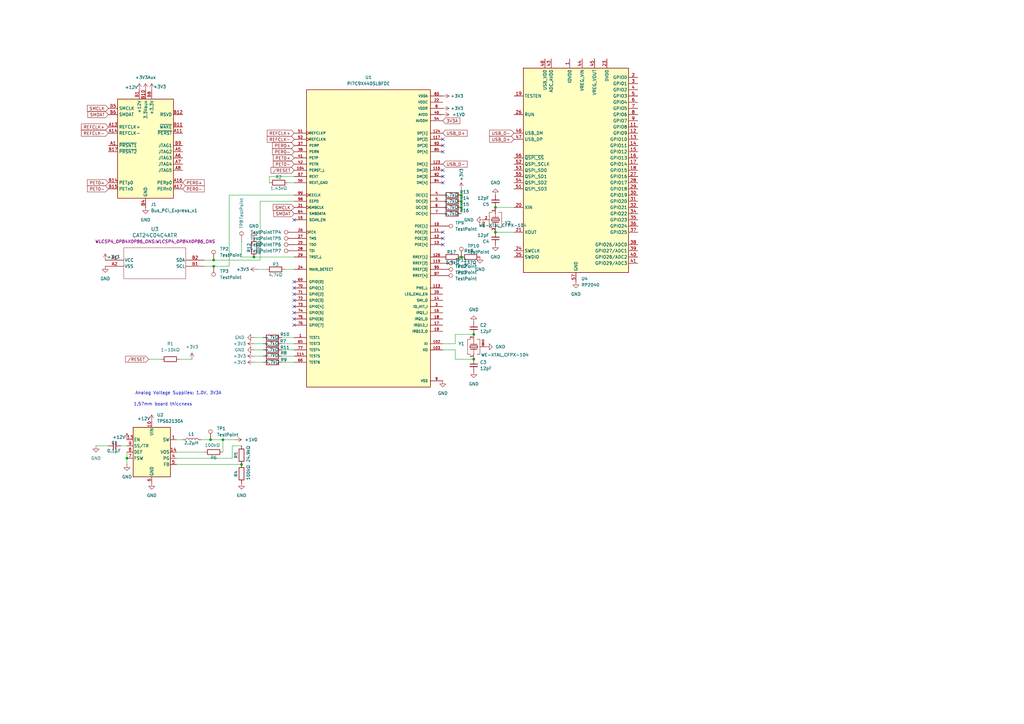
<source format=kicad_sch>
(kicad_sch (version 20250114) (generator "eeschema") (generator_version "9.0")
  (paper "A3")
  (lib_symbols
    (symbol "2026-02-08_09-35-42:CAT24C04C4ATR" (pin_names (offset 0.254))
      (property "Reference" "U" (at 20.32 10.16 0))
      (property "Value" "CAT24C04C4ATR" (at 20.32 7.62 0))
      (property "Footprint" "WLCSP4_0P84X0P86_ONS:WLCSP4_0P84X0P86_ONS" (at 0 0 0))
      (symbol "CAT24C04C4ATR_0_1"
        (pin power_in line (at 0 0 0) (length 7.62) (name "VCC") (number "A1"))
        (pin power_in line (at 0 -2.54 0) (length 7.62) (name "VSS") (number "A2"))
        (pin bidirectional line (at 40.64 0 180) (length 7.62) (name "SDA") (number "B2"))
        (pin input line (at 40.64 -2.54 180) (length 7.62) (name "SCL") (number "B1"))
      )
    )
    (symbol "Connector:Bus_PCI_Express_x1"
      (property "Reference" "J" (at -8.89 22.86 0))
      (property "Value" "Bus_PCI_Express_x1" (at 12.7 22.86 0))
      (symbol "Bus_PCI_Express_x1_1_1"
        (pin input line (at -15.24 17.78 0) (length 3.81) (name "SMCLK") (number "B5"))
        (pin bidirectional line (at -15.24 15.24 0) (length 3.81) (name "SMDAT") (number "B6"))
        (pin input line (at -15.24 10.16 0) (length 3.81) (name "REFCLK+") (number "A13"))
        (pin input line (at -15.24 7.62 0) (length 3.81) (name "REFCLK-") (number "A14"))
        (pin passive line (at -15.24 2.54 0) (length 3.81) (name "~{PRSNT1}") (number "A1"))
        (pin passive line (at -15.24 0 0) (length 3.81) (name "~{PRSNT2}") (number "B17"))
        (pin input line (at -15.24 -12.7 0) (length 3.81) (name "PETp0") (number "B14"))
        (pin input line (at -15.24 -15.24 0) (length 3.81) (name "PETn0") (number "B15"))
        (pin passive line (at -2.54 25.4 270) (length 3.81) (hide yes) (name "+12V") (number "A2"))
        (pin passive line (at -2.54 25.4 270) (length 3.81) (hide yes) (name "+12V") (number "A3"))
        (pin power_in line (at -2.54 25.4 270) (length 3.81) (name "+12V") (number "B1"))
        (pin passive line (at -2.54 25.4 270) (length 3.81) (hide yes) (name "+12V") (number "B2"))
        (pin passive line (at -2.54 25.4 270) (length 3.81) (hide yes) (name "+12V") (number "B3"))
        (pin power_in line (at 0 25.4 270) (length 3.81) (name "3.3Vaux") (number "B10"))
        (pin passive line (at 0 -22.86 90) (length 3.81) (hide yes) (name "GND") (number "A12"))
        (pin passive line (at 0 -22.86 90) (length 3.81) (hide yes) (name "GND") (number "A15"))
        (pin passive line (at 0 -22.86 90) (length 3.81) (hide yes) (name "GND") (number "A18"))
        (pin passive line (at 0 -22.86 90) (length 3.81) (hide yes) (name "GND") (number "A4"))
        (pin passive line (at 0 -22.86 90) (length 3.81) (hide yes) (name "GND") (number "B13"))
        (pin passive line (at 0 -22.86 90) (length 3.81) (hide yes) (name "GND") (number "B16"))
        (pin passive line (at 0 -22.86 90) (length 3.81) (hide yes) (name "GND") (number "B18"))
        (pin power_in line (at 0 -22.86 90) (length 3.81) (name "GND") (number "B4"))
        (pin passive line (at 0 -22.86 90) (length 3.81) (hide yes) (name "GND") (number "B7"))
        (pin passive line (at 2.54 25.4 270) (length 3.81) (hide yes) (name "+3.3V") (number "A10"))
        (pin passive line (at 2.54 25.4 270) (length 3.81) (hide yes) (name "+3.3V") (number "A9"))
        (pin power_in line (at 2.54 25.4 270) (length 3.81) (name "+3.3V") (number "B8"))
        (pin passive line (at 15.24 15.24 180) (length 3.81) (name "RSVD") (number "B12"))
        (pin open_collector line (at 15.24 10.16 180) (length 3.81) (name "~{WAKE}") (number "B11"))
        (pin input line (at 15.24 7.62 180) (length 3.81) (name "~{PERST}") (number "A11"))
        (pin input line (at 15.24 2.54 180) (length 3.81) (name "JTAG1") (number "B9"))
        (pin input line (at 15.24 0 180) (length 3.81) (name "JTAG2") (number "A5"))
        (pin input line (at 15.24 -2.54 180) (length 3.81) (name "JTAG3") (number "A6"))
        (pin output line (at 15.24 -5.08 180) (length 3.81) (name "JTAG4") (number "A7"))
        (pin input line (at 15.24 -7.62 180) (length 3.81) (name "JTAG5") (number "A8"))
        (pin output line (at 15.24 -12.7 180) (length 3.81) (name "PERp0") (number "A16"))
        (pin output line (at 15.24 -15.24 180) (length 3.81) (name "PERn0") (number "A17"))
      )
    )
    (symbol "Connector:TestPoint" (pin_numbers (hide yes)) (pin_names (offset 0.762) (hide yes))
      (property "Reference" "TP" (at 0 6.858 0))
      (property "Value" "TestPoint" (at 0 5.08 0))
      (symbol "TestPoint_1_1"
        (pin passive line (at 0 0 90) (length 2.54) (name "1") (number "1"))
      )
    )
    (symbol "Device:C_Small" (pin_numbers (hide yes)) (pin_names (offset 0.254) (hide yes))
      (property "Reference" "C" (at 0.254 1.778 0))
      (property "Value" "C_Small" (at 0.254 -2.032 0))
      (symbol "C_Small_1_1"
        (pin passive line (at 0 2.54 270) (length 2.032) (name "~") (number "1"))
        (pin passive line (at 0 -2.54 90) (length 2.032) (name "~") (number "2"))
      )
    )
    (symbol "Device:L" (pin_numbers (hide yes)) (pin_names (offset 1.016) (hide yes))
      (property "Reference" "L" (at -1.27 0 90))
      (property "Value" "L" (at 1.905 0 90))
      (symbol "L_1_1"
        (pin passive line (at 0 3.81 270) (length 1.27) (name "1") (number "1"))
        (pin passive line (at 0 -3.81 90) (length 1.27) (name "2") (number "2"))
      )
    )
    (symbol "Device:R" (pin_numbers (hide yes)) (pin_names (offset 0))
      (property "Reference" "R" (at 2.032 0 90))
      (property "Value" "R" (at 0 0 90))
      (symbol "R_1_1"
        (pin passive line (at 0 3.81 270) (length 1.27) (name "~") (number "1"))
        (pin passive line (at 0 -3.81 90) (length 1.27) (name "~") (number "2"))
      )
    )
    (symbol "MCU_RaspberryPi:RP2040"
      (property "Reference" "U" (at 17.526 47.244 0))
      (property "Value" "RP2040" (at 17.526 44.704 0))
      (symbol "RP2040_1_1"
        (pin input line (at -25.4 30.48 0) (length 3.81) (name "TESTEN") (number "19"))
        (pin input line (at -25.4 22.86 0) (length 3.81) (name "RUN") (number "26"))
        (pin bidirectional line (at -25.4 15.24 0) (length 3.81) (name "USB_DM") (number "46"))
        (pin bidirectional line (at -25.4 12.7 0) (length 3.81) (name "USB_DP") (number "47"))
        (pin output line (at -25.4 5.08 0) (length 3.81) (name "~{QSPI_SS}") (number "56"))
        (pin output line (at -25.4 2.54 0) (length 3.81) (name "QSPI_SCLK") (number "52"))
        (pin bidirectional line (at -25.4 0 0) (length 3.81) (name "QSPI_SD0") (number "53"))
        (pin bidirectional line (at -25.4 -2.54 0) (length 3.81) (name "QSPI_SD1") (number "55"))
        (pin bidirectional line (at -25.4 -5.08 0) (length 3.81) (name "QSPI_SD2") (number "54"))
        (pin bidirectional line (at -25.4 -7.62 0) (length 3.81) (name "QSPI_SD3") (number "51"))
        (pin input line (at -25.4 -15.24 0) (length 3.81) (name "XIN") (number "20"))
        (pin output line (at -25.4 -25.4 0) (length 3.81) (name "XOUT") (number "21"))
        (pin input line (at -25.4 -33.02 0) (length 3.81) (name "SWCLK") (number "24"))
        (pin bidirectional line (at -25.4 -35.56 0) (length 3.81) (name "SWDIO") (number "25"))
        (pin power_in line (at -12.7 45.72 270) (length 3.81) (name "USB_VDD") (number "48"))
        (pin power_in line (at -10.16 45.72 270) (length 3.81) (name "ADC_AVDD") (number "43"))
        (pin power_in line (at -2.54 45.72 270) (length 3.81) (name "IOVDD") (number "1"))
        (pin passive line (at -2.54 45.72 270) (length 3.81) (hide yes) (name "IOVDD") (number "10"))
        (pin passive line (at -2.54 45.72 270) (length 3.81) (hide yes) (name "IOVDD") (number "22"))
        (pin passive line (at -2.54 45.72 270) (length 3.81) (hide yes) (name "IOVDD") (number "33"))
        (pin passive line (at -2.54 45.72 270) (length 3.81) (hide yes) (name "IOVDD") (number "42"))
        (pin passive line (at -2.54 45.72 270) (length 3.81) (hide yes) (name "IOVDD") (number "49"))
        (pin power_in line (at 0 -45.72 90) (length 3.81) (name "GND") (number "57"))
        (pin power_in line (at 2.54 45.72 270) (length 3.81) (name "VREG_VIN") (number "44"))
        (pin power_out line (at 7.62 45.72 270) (length 3.81) (name "VREG_VOUT") (number "45"))
        (pin power_in line (at 12.7 45.72 270) (length 3.81) (name "DVDD") (number "23"))
        (pin passive line (at 12.7 45.72 270) (length 3.81) (hide yes) (name "DVDD") (number "50"))
        (pin bidirectional line (at 25.4 38.1 180) (length 3.81) (name "GPIO0") (number "2"))
        (pin bidirectional line (at 25.4 35.56 180) (length 3.81) (name "GPIO1") (number "3"))
        (pin bidirectional line (at 25.4 33.02 180) (length 3.81) (name "GPIO2") (number "4"))
        (pin bidirectional line (at 25.4 30.48 180) (length 3.81) (name "GPIO3") (number "5"))
        (pin bidirectional line (at 25.4 27.94 180) (length 3.81) (name "GPIO4") (number "6"))
        (pin bidirectional line (at 25.4 25.4 180) (length 3.81) (name "GPIO5") (number "7"))
        (pin bidirectional line (at 25.4 22.86 180) (length 3.81) (name "GPIO6") (number "8"))
        (pin bidirectional line (at 25.4 20.32 180) (length 3.81) (name "GPIO7") (number "9"))
        (pin bidirectional line (at 25.4 17.78 180) (length 3.81) (name "GPIO8") (number "11"))
        (pin bidirectional line (at 25.4 15.24 180) (length 3.81) (name "GPIO9") (number "12"))
        (pin bidirectional line (at 25.4 12.7 180) (length 3.81) (name "GPIO10") (number "13"))
        (pin bidirectional line (at 25.4 10.16 180) (length 3.81) (name "GPIO11") (number "14"))
        (pin bidirectional line (at 25.4 7.62 180) (length 3.81) (name "GPIO12") (number "15"))
        (pin bidirectional line (at 25.4 5.08 180) (length 3.81) (name "GPIO13") (number "16"))
        (pin bidirectional line (at 25.4 2.54 180) (length 3.81) (name "GPIO14") (number "17"))
        (pin bidirectional line (at 25.4 0 180) (length 3.81) (name "GPIO15") (number "18"))
        (pin bidirectional line (at 25.4 -2.54 180) (length 3.81) (name "GPIO16") (number "27"))
        (pin bidirectional line (at 25.4 -5.08 180) (length 3.81) (name "GPIO17") (number "28"))
        (pin bidirectional line (at 25.4 -7.62 180) (length 3.81) (name "GPIO18") (number "29"))
        (pin bidirectional line (at 25.4 -10.16 180) (length 3.81) (name "GPIO19") (number "30"))
        (pin bidirectional line (at 25.4 -12.7 180) (length 3.81) (name "GPIO20") (number "31"))
        (pin bidirectional line (at 25.4 -15.24 180) (length 3.81) (name "GPIO21") (number "32"))
        (pin bidirectional line (at 25.4 -17.78 180) (length 3.81) (name "GPIO22") (number "34"))
        (pin bidirectional line (at 25.4 -20.32 180) (length 3.81) (name "GPIO23") (number "35"))
        (pin bidirectional line (at 25.4 -22.86 180) (length 3.81) (name "GPIO24") (number "36"))
        (pin bidirectional line (at 25.4 -25.4 180) (length 3.81) (name "GPIO25") (number "37"))
        (pin bidirectional line (at 25.4 -30.48 180) (length 3.81) (name "GPIO26/ADC0") (number "38"))
        (pin bidirectional line (at 25.4 -33.02 180) (length 3.81) (name "GPIO27/ADC1") (number "39"))
        (pin bidirectional line (at 25.4 -35.56 180) (length 3.81) (name "GPIO28/ADC2") (number "40"))
        (pin bidirectional line (at 25.4 -38.1 180) (length 3.81) (name "GPIO29/ADC3") (number "41"))
      )
    )
    (symbol "PI7C9X440SLBFDE:PI7C9X440SLBFDE" (pin_names (offset 1.016))
      (property "Reference" "U" (at -25.4 61.722 0))
      (property "Value" "PI7C9X440SLBFDE" (at -25.4 -63.5 0))
      (symbol "PI7C9X440SLBFDE_0_0"
        (pin input clock (at -30.48 43.18 0) (length 5.08) (name "REFCLKP") (number "51"))
        (pin input clock (at -30.48 40.64 0) (length 5.08) (name "REFCLKN") (number "52"))
        (pin input line (at -30.48 38.1 0) (length 5.08) (name "PERP") (number "37"))
        (pin input line (at -30.48 35.56 0) (length 5.08) (name "PERN") (number "38"))
        (pin output line (at -30.48 33.02 0) (length 5.08) (name "PETP") (number "41"))
        (pin output line (at -30.48 30.48 0) (length 5.08) (name "PETN") (number "42"))
        (pin input line (at -30.48 27.94 0) (length 5.08) (name "PERST_L") (number "104"))
        (pin input line (at -30.48 25.4 0) (length 5.08) (name "REXT") (number "57"))
        (pin input line (at -30.48 22.86 0) (length 5.08) (name "REXT_GND") (number "56"))
        (pin output clock (at -30.48 17.78 0) (length 5.08) (name "EECLK") (number "99"))
        (pin bidirectional line (at -30.48 15.24 0) (length 5.08) (name "EEPD") (number "98"))
        (pin input clock (at -30.48 12.7 0) (length 5.08) (name "SMBCLK") (number "21"))
        (pin bidirectional line (at -30.48 10.16 0) (length 5.08) (name "SMBDATA") (number "64"))
        (pin bidirectional line (at -30.48 7.62 0) (length 5.08) (name "SCAN_EN") (number "15"))
        (pin input clock (at -30.48 2.54 0) (length 5.08) (name "TCK") (number "26"))
        (pin input line (at -30.48 0 0) (length 5.08) (name "TMS") (number "27"))
        (pin output line (at -30.48 -2.54 0) (length 5.08) (name "TDO") (number "25"))
        (pin input line (at -30.48 -5.08 0) (length 5.08) (name "TDI") (number "28"))
        (pin input line (at -30.48 -7.62 0) (length 5.08) (name "TRST_L") (number "29"))
        (pin input line (at -30.48 -12.7 0) (length 5.08) (name "MAIN_DETECT") (number "24"))
        (pin bidirectional line (at -30.48 -17.78 0) (length 5.08) (name "GPIO[0]") (number "69"))
        (pin bidirectional line (at -30.48 -20.32 0) (length 5.08) (name "GPIO[1]") (number "70"))
        (pin bidirectional line (at -30.48 -22.86 0) (length 5.08) (name "GPIO[2]") (number "71"))
        (pin bidirectional line (at -30.48 -25.4 0) (length 5.08) (name "GPIO[3]") (number "72"))
        (pin bidirectional line (at -30.48 -27.94 0) (length 5.08) (name "GPIO[4]") (number "73"))
        (pin bidirectional line (at -30.48 -30.48 0) (length 5.08) (name "GPIO[5]") (number "74"))
        (pin bidirectional line (at -30.48 -33.02 0) (length 5.08) (name "GPIO[6]") (number "75"))
        (pin bidirectional line (at -30.48 -35.56 0) (length 5.08) (name "GPIO[7]") (number "76"))
        (pin input line (at -30.48 -40.64 0) (length 5.08) (name "TEST1") (number "1"))
        (pin input line (at -30.48 -43.18 0) (length 5.08) (name "TEST3") (number "65"))
        (pin input line (at -30.48 -45.72 0) (length 5.08) (name "TEST4") (number "77"))
        (pin input line (at -30.48 -48.26 0) (length 5.08) (name "TEST5") (number "114"))
        (pin input line (at -30.48 -50.8 0) (length 5.08) (name "TEST6") (number "66"))
        (pin power_in line (at 30.48 58.42 180) (length 5.08) (hide yes) (name "VDDA") (number "115"))
        (pin power_in line (at 30.48 58.42 180) (length 5.08) (hide yes) (name "VDDA") (number "121"))
        (pin power_in line (at 30.48 58.42 180) (length 5.08) (hide yes) (name "VDDA") (number "122"))
        (pin power_in line (at 30.48 58.42 180) (length 5.08) (hide yes) (name "VDDA") (number "128"))
        (pin power_in line (at 30.48 58.42 180) (length 5.08) (name "VDDA") (number "83"))
        (pin power_in line (at 30.48 58.42 180) (length 5.08) (hide yes) (name "VDDA") (number "90"))
        (pin power_in line (at 30.48 58.42 180) (length 5.08) (hide yes) (name "VDDA") (number "91"))
        (pin power_in line (at 30.48 58.42 180) (length 5.08) (hide yes) (name "VDDA") (number "97"))
        (pin power_in line (at 30.48 55.88 180) (length 5.08) (hide yes) (name "VDDC") (number "100"))
        (pin power_in line (at 30.48 55.88 180) (length 5.08) (hide yes) (name "VDDC") (number "109"))
        (pin power_in line (at 30.48 55.88 180) (length 5.08) (hide yes) (name "VDDC") (number "111"))
        (pin power_in line (at 30.48 55.88 180) (length 5.08) (name "VDDC") (number "22"))
        (pin power_in line (at 30.48 55.88 180) (length 5.08) (hide yes) (name "VDDC") (number "35"))
        (pin power_in line (at 30.48 55.88 180) (length 5.08) (hide yes) (name "VDDC") (number "81"))
        (pin power_in line (at 30.48 53.34 180) (length 5.08) (hide yes) (name "VDDR") (number "105"))
        (pin power_in line (at 30.48 53.34 180) (length 5.08) (hide yes) (name "VDDR") (number "112"))
        (pin power_in line (at 30.48 53.34 180) (length 5.08) (hide yes) (name "VDDR") (number "33"))
        (pin power_in line (at 30.48 53.34 180) (length 5.08) (hide yes) (name "VDDR") (number "67"))
        (pin power_in line (at 30.48 53.34 180) (length 5.08) (name "VDDR") (number "8"))
        (pin power_in line (at 30.48 50.8 180) (length 5.08) (name "AVDD") (number "40"))
        (pin power_in line (at 30.48 50.8 180) (length 5.08) (hide yes) (name "AVDD") (number "46"))
        (pin power_in line (at 30.48 50.8 180) (length 5.08) (hide yes) (name "AVDD") (number "49"))
        (pin power_in line (at 30.48 50.8 180) (length 5.08) (hide yes) (name "AVDD") (number "60"))
        (pin power_in line (at 30.48 48.26 180) (length 5.08) (name "AVDDH") (number "54"))
        (pin bidirectional line (at 30.48 43.18 180) (length 5.08) (name "DP[1]") (number "124"))
        (pin bidirectional line (at 30.48 40.64 180) (length 5.08) (name "DP[2]") (number "117"))
        (pin bidirectional line (at 30.48 38.1 180) (length 5.08) (name "DP[3]") (number "93"))
        (pin bidirectional line (at 30.48 35.56 180) (length 5.08) (name "DP[4]") (number "85"))
        (pin bidirectional line (at 30.48 30.48 180) (length 5.08) (name "DM[1]") (number "123"))
        (pin bidirectional line (at 30.48 27.94 180) (length 5.08) (name "DM[2]") (number "116"))
        (pin bidirectional line (at 30.48 25.4 180) (length 5.08) (name "DM[3]") (number "92"))
        (pin bidirectional line (at 30.48 22.86 180) (length 5.08) (name "DM[4]") (number "84"))
        (pin input line (at 30.48 17.78 180) (length 5.08) (name "OCI[1]") (number "4"))
        (pin input line (at 30.48 15.24 180) (length 5.08) (name "OCI[2]") (number "5"))
        (pin input line (at 30.48 12.7 180) (length 5.08) (name "OCI[3]") (number "6"))
        (pin input line (at 30.48 10.16 180) (length 5.08) (name "OCI[4]") (number "7"))
        (pin output line (at 30.48 5.08 180) (length 5.08) (name "POE[1]") (number "10"))
        (pin output line (at 30.48 2.54 180) (length 5.08) (name "POE[2]") (number "11"))
        (pin output line (at 30.48 0 180) (length 5.08) (name "POE[3]") (number "12"))
        (pin output line (at 30.48 -2.54 180) (length 5.08) (name "POE[4]") (number "13"))
        (pin bidirectional line (at 30.48 -7.62 180) (length 5.08) (name "RREF[1]") (number "126"))
        (pin bidirectional line (at 30.48 -10.16 180) (length 5.08) (name "RREF[2]") (number "119"))
        (pin bidirectional line (at 30.48 -12.7 180) (length 5.08) (name "RREF[3]") (number "95"))
        (pin bidirectional line (at 30.48 -15.24 180) (length 5.08) (name "RREF[4]") (number "87"))
        (pin output line (at 30.48 -20.32 180) (length 5.08) (name "PME_L") (number "113"))
        (pin output line (at 30.48 -22.86 180) (length 5.08) (name "LEG_EMU_EN") (number "20"))
        (pin output line (at 30.48 -25.4 180) (length 5.08) (name "SMI_O") (number "14"))
        (pin input line (at 30.48 -27.94 180) (length 5.08) (name "IO_HIT_I") (number "3"))
        (pin input line (at 30.48 -30.48 180) (length 5.08) (name "IRQ1_I") (number "16"))
        (pin output line (at 30.48 -33.02 180) (length 5.08) (name "IRQ1_O") (number "18"))
        (pin input line (at 30.48 -35.56 180) (length 5.08) (name "IRQ12_I") (number "17"))
        (pin output line (at 30.48 -38.1 180) (length 5.08) (name "IRQ12_O") (number "19"))
        (pin input line (at 30.48 -43.18 180) (length 5.08) (name "XI") (number "102"))
        (pin output line (at 30.48 -45.72 180) (length 5.08) (name "XO") (number "103"))
        (pin power_in line (at 30.48 -58.42 180) (length 5.08) (hide yes) (name "VSS") (number "101"))
        (pin power_in line (at 30.48 -58.42 180) (length 5.08) (hide yes) (name "VSS") (number "106"))
        (pin power_in line (at 30.48 -58.42 180) (length 5.08) (hide yes) (name "VSS") (number "110"))
        (pin power_in line (at 30.48 -58.42 180) (length 5.08) (hide yes) (name "VSS") (number "118"))
        (pin power_in line (at 30.48 -58.42 180) (length 5.08) (hide yes) (name "VSS") (number "120"))
        (pin power_in line (at 30.48 -58.42 180) (length 5.08) (hide yes) (name "VSS") (number "125"))
        (pin power_in line (at 30.48 -58.42 180) (length 5.08) (hide yes) (name "VSS") (number "127"))
        (pin power_in line (at 30.48 -58.42 180) (length 5.08) (hide yes) (name "VSS") (number "129"))
        (pin power_in line (at 30.48 -58.42 180) (length 5.08) (hide yes) (name "VSS") (number "23"))
        (pin power_in line (at 30.48 -58.42 180) (length 5.08) (hide yes) (name "VSS") (number "34"))
        (pin power_in line (at 30.48 -58.42 180) (length 5.08) (hide yes) (name "VSS") (number "36"))
        (pin power_in line (at 30.48 -58.42 180) (length 5.08) (hide yes) (name "VSS") (number "39"))
        (pin power_in line (at 30.48 -58.42 180) (length 5.08) (hide yes) (name "VSS") (number "45"))
        (pin power_in line (at 30.48 -58.42 180) (length 5.08) (hide yes) (name "VSS") (number "50"))
        (pin power_in line (at 30.48 -58.42 180) (length 5.08) (hide yes) (name "VSS") (number "53"))
        (pin power_in line (at 30.48 -58.42 180) (length 5.08) (hide yes) (name "VSS") (number "61"))
        (pin power_in line (at 30.48 -58.42 180) (length 5.08) (hide yes) (name "VSS") (number "68"))
        (pin power_in line (at 30.48 -58.42 180) (length 5.08) (hide yes) (name "VSS") (number "82"))
        (pin power_in line (at 30.48 -58.42 180) (length 5.08) (hide yes) (name "VSS") (number "86"))
        (pin power_in line (at 30.48 -58.42 180) (length 5.08) (hide yes) (name "VSS") (number "89"))
        (pin power_in line (at 30.48 -58.42 180) (length 5.08) (name "VSS") (number "9"))
        (pin power_in line (at 30.48 -58.42 180) (length 5.08) (hide yes) (name "VSS") (number "94"))
        (pin power_in line (at 30.48 -58.42 180) (length 5.08) (hide yes) (name "VSS") (number "96"))
      )
    )
    (symbol "Regulator_Switching:TPS62130A" (pin_names (offset 0.254))
      (property "Reference" "U" (at 3.81 13.97 0))
      (property "Value" "TPS62130A" (at 3.81 11.43 0))
      (symbol "TPS62130A_1_1"
        (pin input line (at -10.16 5.08 0) (length 2.54) (name "EN") (number "13"))
        (pin input line (at -10.16 2.54 0) (length 2.54) (name "SS/TR") (number "9"))
        (pin input line (at -10.16 0 0) (length 2.54) (name "DEF") (number "8"))
        (pin input line (at -10.16 -2.54 0) (length 2.54) (name "FSW") (number "7"))
        (pin power_in line (at 0 12.7 270) (length 2.54) (name "VIN") (number "10"))
        (pin passive line (at 0 12.7 270) (length 2.54) (hide yes) (name "VIN") (number "11"))
        (pin passive line (at 0 12.7 270) (length 2.54) (hide yes) (name "VIN") (number "12"))
        (pin passive line (at 0 -12.7 90) (length 2.54) (hide yes) (name "GND") (number "15"))
        (pin passive line (at 0 -12.7 90) (length 2.54) (hide yes) (name "GND") (number "16"))
        (pin passive line (at 0 -12.7 90) (length 2.54) (hide yes) (name "GND") (number "17"))
        (pin power_in line (at 0 -12.7 90) (length 2.54) (name "GND") (number "6"))
        (pin output line (at 10.16 5.08 180) (length 2.54) (name "SW") (number "1"))
        (pin passive line (at 10.16 5.08 180) (length 2.54) (hide yes) (name "SW") (number "2"))
        (pin passive line (at 10.16 5.08 180) (length 2.54) (hide yes) (name "SW") (number "3"))
        (pin input line (at 10.16 0 180) (length 2.54) (name "VOS") (number "14"))
        (pin open_collector line (at 10.16 -2.54 180) (length 2.54) (name "PG") (number "4"))
        (pin input line (at 10.16 -5.08 180) (length 2.54) (name "FB") (number "5"))
      )
    )
    (symbol "WE-XTAL_CFPX-104:WE-XTAL_CFPX-104" (pin_names (offset 1.016))
      (property "Reference" "Y" (at 0 3.302 0))
      (property "Value" "WE-XTAL_CFPX-104" (at 3.81 -1.778 0))
      (symbol "WE-XTAL_CFPX-104_0_0"
        (text "GND" (at 0.508 -4.318 0) (effects (font (size 0.8128 0.8128)) (justify left bottom)))
        (pin passive line (at -5.08 0 0) (length 2.54) (name "~") (number "1"))
        (pin passive line (at 0 -5.08 90) (length 2.54) (name "~") (number "2"))
        (pin passive line (at 0 -5.08 90) (length 2.54) (hide yes) (name "~") (number "4"))
        (pin passive line (at 5.08 0 180) (length 2.54) (name "~") (number "3"))
      )
    )
    (symbol "power:+12V" (power) (pin_numbers (hide yes)) (pin_names (offset 0) (hide yes))
      (property "Value" "+12V" (at 0 3.556 0))
      (symbol "+12V_1_1"
        (pin power_in line (at 0 0 90) (length 0) (name "~") (number "1"))
      )
    )
    (symbol "power:+1V0" (power) (pin_numbers (hide yes)) (pin_names (offset 0) (hide yes))
      (property "Value" "+1V0" (at 0 3.556 0))
      (symbol "+1V0_1_1"
        (pin power_in line (at 0 0 90) (length 0) (name "~") (number "1"))
      )
    )
    (symbol "power:+3V3" (power) (pin_numbers (hide yes)) (pin_names (offset 0) (hide yes))
      (property "Value" "+3V3" (at 0 3.556 0))
      (symbol "+3V3_1_1"
        (pin power_in line (at 0 0 90) (length 0) (name "~") (number "1"))
      )
    )
    (symbol "power:GND" (power) (pin_numbers (hide yes)) (pin_names (offset 0) (hide yes))
      (property "Value" "GND" (at 0 -3.81 0))
      (symbol "GND_1_1"
        (pin power_in line (at 0 0 270) (length 0) (name "~") (number "1"))
      )
    )
  )
  (text "1.57mm board thiccness" (at 66.802 165.862 0) (effects (font (size 1.27 1.27))))
  (text "Analog Voltage Supplies: 1.0V, 3V3A" (at 73.152 161.29 0) (effects (font (size 1.27 1.27))))
  (junction (at 87.63 106.68))
  (junction (at 91.44 180.34))
  (junction (at 99.06 190.5))
  (junction (at 189.23 85.09))
  (junction (at 189.23 105.41))
  (junction (at 194.31 147.32))
  (junction (at 189.23 80.01))
  (junction (at 87.63 109.22))
  (junction (at 86.36 180.34))
  (junction (at 104.14 105.41))
  (junction (at 189.23 82.55))
  (junction (at 203.2 85.09))
  (junction (at 52.07 187.96))
  (junction (at 203.2 95.25))
  (junction (at 194.31 137.16))
  (no_connect (at 181.61 97.79))
  (no_connect (at 181.61 74.93))
  (no_connect (at 120.65 125.73))
  (no_connect (at 181.61 62.23))
  (no_connect (at 120.65 133.35))
  (no_connect (at 181.61 57.15))
  (no_connect (at 120.65 118.11))
  (no_connect (at 120.65 115.57))
  (no_connect (at 181.61 72.39))
  (no_connect (at 181.61 59.69))
  (no_connect (at 120.65 128.27))
  (no_connect (at 120.65 123.19))
  (no_connect (at 120.65 120.65))
  (no_connect (at 120.65 130.81))
  (no_connect (at 181.61 69.85))
  (no_connect (at 120.65 90.17))
  (no_connect (at 181.61 100.33))
  (no_connect (at 181.61 95.25))
  (wire (pts (xy 105.41 110.49) (xy 109.22 110.49)))
  (wire (pts (xy 118.11 74.93) (xy 120.65 74.93)))
  (wire (pts (xy 104.14 148.59) (xy 107.95 148.59)))
  (wire (pts (xy 115.57 138.43) (xy 120.65 138.43)))
  (wire (pts (xy 181.61 140.97) (xy 186.69 140.97)))
  (wire (pts (xy 60.96 147.32) (xy 66.04 147.32)))
  (wire (pts (xy 73.66 147.32) (xy 78.74 147.32)))
  (wire (pts (xy 91.44 180.34) (xy 96.52 180.34)))
  (wire (pts (xy 104.14 138.43) (xy 107.95 138.43)))
  (wire (pts (xy 39.37 182.88) (xy 44.45 182.88)))
  (wire (pts (xy 93.98 109.22) (xy 87.63 109.22)))
  (wire (pts (xy 186.69 140.97) (xy 186.69 137.16)))
  (wire (pts (xy 189.23 77.47) (xy 189.23 80.01)))
  (wire (pts (xy 52.07 185.42) (xy 52.07 187.96)))
  (wire (pts (xy 104.14 143.51) (xy 107.95 143.51)))
  (wire (pts (xy 87.63 109.22) (xy 83.82 109.22)))
  (wire (pts (xy 72.39 187.96) (xy 95.25 187.96)))
  (wire (pts (xy 87.63 106.68) (xy 106.68 106.68)))
  (wire (pts (xy 110.49 72.39) (xy 110.49 74.93)))
  (wire (pts (xy 115.57 143.51) (xy 120.65 143.51)))
  (wire (pts (xy 93.98 80.01) (xy 93.98 109.22)))
  (wire (pts (xy 106.68 82.55) (xy 120.65 82.55)))
  (wire (pts (xy 115.57 146.05) (xy 120.65 146.05)))
  (wire (pts (xy 99.06 99.06) (xy 99.06 105.41)))
  (wire (pts (xy 203.2 95.25) (xy 210.82 95.25)))
  (wire (pts (xy 52.07 187.96) (xy 52.07 190.5)))
  (wire (pts (xy 72.39 180.34) (xy 74.93 180.34)))
  (wire (pts (xy 203.2 85.09) (xy 210.82 85.09)))
  (wire (pts (xy 189.23 85.09) (xy 189.23 87.63)))
  (wire (pts (xy 86.36 180.34) (xy 91.44 180.34)))
  (wire (pts (xy 82.55 180.34) (xy 86.36 180.34)))
  (wire (pts (xy 186.69 147.32) (xy 194.31 147.32)))
  (wire (pts (xy 104.14 105.41) (xy 120.65 105.41)))
  (wire (pts (xy 120.65 72.39) (xy 110.49 72.39)))
  (wire (pts (xy 181.61 143.51) (xy 186.69 143.51)))
  (wire (pts (xy 83.82 106.68) (xy 87.63 106.68)))
  (wire (pts (xy 116.84 110.49) (xy 120.65 110.49)))
  (wire (pts (xy 120.65 80.01) (xy 93.98 80.01)))
  (wire (pts (xy 99.06 105.41) (xy 104.14 105.41)))
  (wire (pts (xy 91.44 185.42) (xy 91.44 180.34)))
  (wire (pts (xy 186.69 137.16) (xy 194.31 137.16)))
  (wire (pts (xy 189.23 80.01) (xy 189.23 82.55)))
  (wire (pts (xy 115.57 148.59) (xy 120.65 148.59)))
  (wire (pts (xy 99.06 190.5) (xy 72.39 190.5)))
  (wire (pts (xy 186.69 143.51) (xy 186.69 147.32)))
  (wire (pts (xy 95.25 182.88) (xy 99.06 182.88)))
  (wire (pts (xy 104.14 140.97) (xy 107.95 140.97)))
  (wire (pts (xy 106.68 106.68) (xy 106.68 82.55)))
  (wire (pts (xy 49.53 182.88) (xy 52.07 182.88)))
  (wire (pts (xy 72.39 185.42) (xy 83.82 185.42)))
  (wire (pts (xy 104.14 146.05) (xy 107.95 146.05)))
  (wire (pts (xy 189.23 82.55) (xy 189.23 85.09)))
  (wire (pts (xy 115.57 140.97) (xy 120.65 140.97)))
  (wire (pts (xy 95.25 187.96) (xy 95.25 182.88)))
  (global_label "SMCLK" (shape input) (at 44.45 44.45 180) (property "Intersheetrefs" "${INTERSHEET_REFS}" (effects (hide yes))))
  (global_label "PER0-" (shape input) (at 74.93 77.47 0) (property "Intersheetrefs" "${INTERSHEET_REFS}" (effects (hide yes))))
  (global_label "REFCLK-" (shape input) (at 44.45 54.61 180) (property "Intersheetrefs" "${INTERSHEET_REFS}" (effects (hide yes))))
  (global_label "REFCLK-" (shape input) (at 120.65 57.15 180) (property "Intersheetrefs" "${INTERSHEET_REFS}" (effects (hide yes))))
  (global_label "PER0+" (shape input) (at 74.93 74.93 0) (property "Intersheetrefs" "${INTERSHEET_REFS}" (effects (hide yes))))
  (global_label "USB_D+" (shape input) (at 210.82 57.15 180) (property "Intersheetrefs" "${INTERSHEET_REFS}" (effects (hide yes))))
  (global_label "PET0-" (shape input) (at 120.65 67.31 180) (property "Intersheetrefs" "${INTERSHEET_REFS}" (effects (hide yes))))
  (global_label "SMDAT" (shape input) (at 44.45 46.99 180) (property "Intersheetrefs" "${INTERSHEET_REFS}" (effects (hide yes))))
  (global_label "REFCLK+" (shape input) (at 120.65 54.61 180) (property "Intersheetrefs" "${INTERSHEET_REFS}" (effects (hide yes))))
  (global_label "PER0+" (shape input) (at 120.65 59.69 180) (property "Intersheetrefs" "${INTERSHEET_REFS}" (effects (hide yes))))
  (global_label "PET0+" (shape input) (at 120.65 64.77 180) (property "Intersheetrefs" "${INTERSHEET_REFS}" (effects (hide yes))))
  (global_label "USB_D+" (shape input) (at 181.61 54.61 0) (property "Intersheetrefs" "${INTERSHEET_REFS}" (effects (hide yes))))
  (global_label "PET0+" (shape input) (at 44.45 74.93 180) (property "Intersheetrefs" "${INTERSHEET_REFS}" (effects (hide yes))))
  (global_label "USB_D-" (shape input) (at 181.61 67.31 0) (property "Intersheetrefs" "${INTERSHEET_REFS}" (effects (hide yes))))
  (global_label "PER0-" (shape input) (at 120.65 62.23 180) (property "Intersheetrefs" "${INTERSHEET_REFS}" (effects (hide yes))))
  (global_label "{slash}RESET" (shape input) (at 60.96 147.32 180) (property "Intersheetrefs" "${INTERSHEET_REFS}" (effects (hide yes))))
  (global_label "{slash}RESET" (shape input) (at 120.65 69.85 180) (property "Intersheetrefs" "${INTERSHEET_REFS}" (effects (hide yes))))
  (global_label "PET0-" (shape input) (at 44.45 77.47 180) (property "Intersheetrefs" "${INTERSHEET_REFS}" (effects (hide yes))))
  (global_label "USB_D-" (shape input) (at 210.82 54.61 180) (property "Intersheetrefs" "${INTERSHEET_REFS}" (effects (hide yes))))
  (global_label "3V3A" (shape input) (at 181.61 49.53 0) (property "Intersheetrefs" "${INTERSHEET_REFS}" (effects (hide yes))))
  (global_label "REFCLK+" (shape input) (at 44.45 52.07 180) (property "Intersheetrefs" "${INTERSHEET_REFS}" (effects (hide yes))))
  (global_label "SMCLK" (shape input) (at 120.65 85.09 180) (property "Intersheetrefs" "${INTERSHEET_REFS}" (effects (hide yes))))
  (global_label "SMDAT" (shape input) (at 120.65 87.63 180) (property "Intersheetrefs" "${INTERSHEET_REFS}" (effects (hide yes))))
  (symbol (lib_id "power:GND") (at 203.2 100.33 0) (unit 1)
    (property "Reference" "#PWR030" (effects (hide yes)))
    (property "Value" "GND" (at 203.2 105.41 0))
    (property "Description" "Power symbol creates a global label with name \"GND\" , ground" (effects (hide yes)))
  )
  (symbol (lib_id "Connector:TestPoint") (at 181.61 113.03 270) (unit 1)
    (property "Reference" "TP13" (at 186.69 111.7599 90) (effects (justify left)))
    (property "Value" "TestPoint" (at 186.69 114.2999 90) (effects (justify left)))
    (property "Footprint" "TestPoint:TestPoint_Pad_D1.0mm" (effects (hide yes)))
    (property "Description" "test point" (effects (hide yes)))
  )
  (symbol (lib_id "power:+12V") (at 52.07 180.34 0) (unit 1)
    (property "Reference" "#PWR012" (effects (hide yes)))
    (property "Value" "+12V" (at 48.768 179.324 0))
    (property "Description" "Power symbol creates a global label with name \"+12V\"" (effects (hide yes)))
  )
  (symbol (lib_id "Connector:TestPoint") (at 87.63 109.22 180) (unit 1)
    (property "Reference" "TP3" (at 90.17 111.2519 0) (effects (justify right)))
    (property "Value" "TestPoint" (at 90.17 113.7919 0) (effects (justify right)))
    (property "Footprint" "TestPoint:TestPoint_Pad_D1.0mm" (effects (hide yes)))
    (property "Description" "test point" (effects (hide yes)))
  )
  (symbol (lib_id "power:+3V3") (at 78.74 147.32 0) (unit 1)
    (property "Reference" "#PWR05" (effects (hide yes)))
    (property "Value" "+3V3" (at 78.74 142.24 0))
    (property "Description" "Power symbol creates a global label with name \"+3V3\"" (effects (hide yes)))
  )
  (symbol (lib_id "PI7C9X440SLBFDE:PI7C9X440SLBFDE") (at 151.13 97.79 0) (unit 1)
    (property "Reference" "U1" (at 151.13 31.75 0))
    (property "Value" "PI7C9X440SLBFDE" (at 151.13 34.29 0))
    (property "Footprint" "PI7C9X440SLBFDE:QFP40P1600X1600X160-129N" (effects (hide yes)))
    (property "Datasheet" "https://www.diodes.com/assets/Datasheets/PI7C9X7954.pdf" (effects (hide yes)))
    (property "Description" "PCIe to UART" (effects (hide yes)))
    (property "DigiKey_Part_Number" "PI7C9X440SLBFDE-ND" (effects (hide yes)))
    (property "SnapEDA_Link" "https://www.snapeda.com/parts/PI7C9X440SLBFDE/Diodes+Inc./view-part/?ref=snap" (effects (hide yes)))
    (property "Description_1" "USB Controller USB 2.0 PCI Interface 128-LQFP (14x14)" (effects (hide yes)))
    (property "Package" "LQFP-128 Diodes Inc." (effects (hide yes)))
    (property "Check_prices" "https://www.snapeda.com/parts/PI7C9X440SLBFDE/Diodes+Inc./view-part/?ref=eda" (effects (hide yes)))
    (property "STANDARD" "IPC-7351B" (effects (hide yes)))
    (property "PARTREV" "3" (effects (hide yes)))
    (property "MF" "Diodes Inc." (effects (hide yes)))
    (property "MP" "PI7C9X440SLBFDE" (effects (hide yes)))
    (property "MANUFACTURER" "DIODES Inc." (effects (hide yes)))
  )
  (symbol (lib_id "Connector:TestPoint") (at 120.65 95.25 90) (unit 1)
    (property "Reference" "TP4" (at 113.538 95.25 90))
    (property "Value" "TestPoint" (at 107.188 95.25 90))
    (property "Footprint" "TestPoint:TestPoint_Pad_D1.0mm" (effects (hide yes)))
    (property "Description" "test point" (effects (hide yes)))
  )
  (symbol (lib_id "power:+1V0") (at 181.61 46.99 270) (unit 1)
    (property "Reference" "#PWR08" (effects (hide yes)))
    (property "Value" "+1V0" (at 185.42 46.9899 90) (effects (justify left)))
    (property "Description" "Power symbol creates a global label with name \"+1V0\"" (effects (hide yes)))
  )
  (symbol (lib_id "MCU_RaspberryPi:RP2040") (at 236.22 69.85 0) (unit 1)
    (property "Reference" "U4" (at 238.3633 114.3 0) (effects (justify left)))
    (property "Value" "RP2040" (at 238.3633 116.84 0) (effects (justify left)))
    (property "Footprint" "Package_DFN_QFN:QFN-56-1EP_7x7mm_P0.4mm_EP3.2x3.2mm_ThermalVias" (effects (hide yes)))
    (property "Datasheet" "https://datasheets.raspberrypi.com/rp2040/rp2040-datasheet.pdf" (effects (hide yes)))
    (property "Description" "A microcontroller by Raspberry Pi, Dual ARM Cortex-M0+, 133MHz, no flash, 264KB SRAM, 8 PIO state machines, VQFN-56" (effects (hide yes)))
    (property private "KLC_S4.2_DVDD" "Not a standalone power converter; internal on-chip voltage regulator for digital core supply; DVDD is the digital core power supply, should be placed next to voltage regulator output." (effects (hide yes)))
    (property private "KLC_S4.2_VREG_VOUT" "Should be placed next to DVDD." (effects (hide yes)))
  )
  (symbol (lib_id "Device:R") (at 111.76 148.59 90) (unit 1)
    (property "Reference" "R9" (at 116.332 147.574 90))
    (property "Value" "4.7kΩ" (at 111.76 148.59 90))
    (property "Footprint" "Resistor_SMD:R_0805_2012Metric_Pad1.20x1.40mm_HandSolder" (effects (hide yes)))
    (property "Description" "Resistor" (effects (hide yes)))
  )
  (symbol (lib_id "power:GND") (at 194.31 132.08 180) (unit 1)
    (property "Reference" "#PWR029" (effects (hide yes)))
    (property "Value" "GND" (at 194.31 127 0))
    (property "Description" "Power symbol creates a global label with name \"GND\" , ground" (effects (hide yes)))
  )
  (symbol (lib_id "Device:C_Small") (at 203.2 97.79 180) (unit 1)
    (property "Reference" "C4" (at 200.66 99.0538 0) (effects (justify left)))
    (property "Value" "12pF" (at 200.66 96.5138 0) (effects (justify left)))
    (property "Footprint" "Capacitor_SMD:C_0603_1608Metric" (effects (hide yes)))
    (property "Description" "Unpolarized capacitor, small symbol" (effects (hide yes)))
  )
  (symbol (lib_id "Device:C_Small") (at 194.31 149.86 0) (unit 1)
    (property "Reference" "C3" (at 196.85 148.5962 0) (effects (justify left)))
    (property "Value" "12pF" (at 196.85 151.1362 0) (effects (justify left)))
    (property "Footprint" "Capacitor_SMD:C_0603_1608Metric" (effects (hide yes)))
    (property "Description" "Unpolarized capacitor, small symbol" (effects (hide yes)))
  )
  (symbol (lib_id "Device:R") (at 111.76 140.97 90) (unit 1)
    (property "Reference" "R7" (at 116.078 139.954 90))
    (property "Value" "4.7kΩ" (at 111.506 140.97 90))
    (property "Footprint" "Resistor_SMD:R_0805_2012Metric_Pad1.20x1.40mm_HandSolder" (effects (hide yes)))
    (property "Description" "Resistor" (effects (hide yes)))
  )
  (symbol (lib_id "Device:R") (at 99.06 194.31 180) (unit 1)
    (property "Reference" "R4" (at 96.774 194.31 90))
    (property "Value" "100kΩ" (at 101.854 193.802 90))
    (property "Footprint" "Resistor_SMD:R_0805_2012Metric_Pad1.20x1.40mm_HandSolder" (effects (hide yes)))
    (property "Description" "Resistor" (effects (hide yes)))
  )
  (symbol (lib_id "power:GND") (at 99.06 198.12 0) (unit 1)
    (property "Reference" "#PWR014" (effects (hide yes)))
    (property "Value" "GND" (at 99.06 203.2 0))
    (property "Description" "Power symbol creates a global label with name \"GND\" , ground" (effects (hide yes)))
  )
  (symbol (lib_id "Connector:TestPoint") (at 86.36 180.34 0) (unit 1)
    (property "Reference" "TP1" (at 88.9 175.7679 0) (effects (justify left)))
    (property "Value" "TestPoint" (at 88.9 178.3079 0) (effects (justify left)))
    (property "Footprint" "TestPoint:TestPoint_Pad_D1.0mm" (effects (hide yes)))
    (property "Description" "test point" (effects (hide yes)))
  )
  (symbol (lib_id "Device:R") (at 114.3 74.93 90) (unit 1)
    (property "Reference" "R2" (at 114.3 72.644 90))
    (property "Value" "1.43kΩ" (at 114.3 77.216 90))
    (property "Footprint" "Resistor_SMD:R_0603_1608Metric_Pad0.98x0.95mm_HandSolder" (effects (hide yes)))
    (property "Description" "Resistor" (effects (hide yes)))
  )
  (symbol (lib_id "Device:L") (at 78.74 180.34 90) (unit 1)
    (property "Reference" "L1" (at 78.486 178.054 90))
    (property "Value" "2.2µH" (at 78.486 181.61 90))
    (property "Footprint" "Inductor_SMD:L_0805_2012Metric_Pad1.05x1.20mm_HandSolder" (effects (hide yes)))
    (property "Description" "Inductor" (effects (hide yes)))
  )
  (symbol (lib_id "power:+3V3") (at 104.14 148.59 90) (unit 1)
    (property "Reference" "#PWR022" (effects (hide yes)))
    (property "Value" "+3V3" (at 98.298 148.59 90))
    (property "Description" "Power symbol creates a global label with name \"+3V3\"" (effects (hide yes)))
  )
  (symbol (lib_id "power:GND") (at 104.14 138.43 270) (unit 1)
    (property "Reference" "#PWR023" (effects (hide yes)))
    (property "Value" "GND" (at 100.33 138.4299 90) (effects (justify right)))
    (property "Description" "Power symbol creates a global label with name \"GND\" , ground" (effects (hide yes)))
  )
  (symbol (lib_id "Connector:TestPoint") (at 181.61 110.49 270) (unit 1)
    (property "Reference" "TP12" (at 186.69 109.2199 90) (effects (justify left)))
    (property "Value" "TestPoint" (at 186.69 111.7599 90) (effects (justify left)))
    (property "Footprint" "TestPoint:TestPoint_Pad_D1.0mm" (effects (hide yes)))
    (property "Description" "test point" (effects (hide yes)))
  )
  (symbol (lib_id "Device:R") (at 185.42 87.63 90) (unit 1)
    (property "Reference" "R16" (at 190.5 86.36 90))
    (property "Value" "4.7kΩ" (at 185.166 87.63 90))
    (property "Footprint" "Resistor_SMD:R_0805_2012Metric_Pad1.20x1.40mm_HandSolder" (effects (hide yes)))
    (property "Description" "Resistor" (effects (hide yes)))
  )
  (symbol (lib_id "power:+3V3") (at 43.18 106.68 0) (unit 1)
    (property "Reference" "#PWR019" (effects (hide yes)))
    (property "Value" "+3V3" (at 46.482 105.41 0))
    (property "Description" "Power symbol creates a global label with name \"+3V3\"" (effects (hide yes)))
  )
  (symbol (lib_id "Device:R") (at 113.03 110.49 90) (unit 1)
    (property "Reference" "R3" (at 113.03 108.458 90))
    (property "Value" "4.7kΩ" (at 113.03 112.776 90))
    (property "Footprint" "Resistor_SMD:R_0805_2012Metric_Pad1.20x1.40mm_HandSolder" (effects (hide yes)))
    (property "Description" "Resistor" (effects (hide yes)))
  )
  (symbol (lib_id "power:+3V3") (at 181.61 44.45 270) (unit 1)
    (property "Reference" "#PWR07" (effects (hide yes)))
    (property "Value" "+3V3" (at 187.452 44.45 90))
    (property "Description" "Power symbol creates a global label with name \"+3V3\"" (effects (hide yes)))
  )
  (symbol (lib_id "Device:R") (at 193.04 105.41 90) (unit 1)
    (property "Reference" "R18" (at 192.278 102.87 90))
    (property "Value" "137Ω" (at 192.786 107.696 90))
    (property "Footprint" "Resistor_SMD:R_1206_3216Metric" (effects (hide yes)))
    (property "Description" "Resistor" (effects (hide yes)))
  )
  (symbol (lib_id "Device:R") (at 104.14 101.6 180) (unit 1)
    (property "Reference" "R12" (at 102.108 101.6 90))
    (property "Value" "4.7kΩ" (at 106.426 101.6 90))
    (property "Footprint" "Resistor_SMD:R_0805_2012Metric_Pad1.20x1.40mm_HandSolder" (effects (hide yes)))
    (property "Description" "Resistor" (effects (hide yes)))
  )
  (symbol (lib_id "power:+3V3") (at 105.41 110.49 90) (unit 1)
    (property "Reference" "#PWR09" (effects (hide yes)))
    (property "Value" "+3V3" (at 99.568 110.49 90))
    (property "Description" "Power symbol creates a global label with name \"+3V3\"" (effects (hide yes)))
  )
  (symbol (lib_id "power:+3V3") (at 104.14 140.97 90) (unit 1)
    (property "Reference" "#PWR020" (effects (hide yes)))
    (property "Value" "+3V3" (at 98.298 140.97 90))
    (property "Description" "Power symbol creates a global label with name \"+3V3\"" (effects (hide yes)))
  )
  (symbol (lib_id "Device:R") (at 185.42 82.55 90) (unit 1)
    (property "Reference" "R14" (at 190.5 81.28 90))
    (property "Value" "4.7kΩ" (at 185.166 82.55 90))
    (property "Footprint" "Resistor_SMD:R_0805_2012Metric_Pad1.20x1.40mm_HandSolder" (effects (hide yes)))
    (property "Description" "Resistor" (effects (hide yes)))
  )
  (symbol (lib_id "Device:C_Small") (at 46.99 182.88 90) (unit 1)
    (property "Reference" "C1" (at 46.99 181.61 90))
    (property "Value" "0.1µF" (at 46.736 184.912 90))
    (property "Footprint" "Capacitor_SMD:C_0805_2012Metric_Pad1.18x1.45mm_HandSolder" (effects (hide yes)))
    (property "Description" "Unpolarized capacitor, small symbol" (effects (hide yes)))
  )
  (symbol (lib_id "Device:R") (at 185.42 85.09 90) (unit 1)
    (property "Reference" "R15" (at 190.5 83.82 90))
    (property "Value" "4.7kΩ" (at 185.166 85.09 90))
    (property "Footprint" "Resistor_SMD:R_0805_2012Metric_Pad1.20x1.40mm_HandSolder" (effects (hide yes)))
    (property "Description" "Resistor" (effects (hide yes)))
  )
  (symbol (lib_id "Device:R") (at 87.63 185.42 270) (unit 1)
    (property "Reference" "R6" (at 87.63 187.706 90))
    (property "Value" "100kΩ" (at 87.122 182.626 90))
    (property "Footprint" "Resistor_SMD:R_0805_2012Metric_Pad1.20x1.40mm_HandSolder" (effects (hide yes)))
    (property "Description" "Resistor" (effects (hide yes)))
  )
  (symbol (lib_id "Device:C_Small") (at 194.31 134.62 0) (unit 1)
    (property "Reference" "C2" (at 196.85 133.3562 0) (effects (justify left)))
    (property "Value" "12pF" (at 196.85 135.8962 0) (effects (justify left)))
    (property "Footprint" "Capacitor_SMD:C_0603_1608Metric" (effects (hide yes)))
    (property "Description" "Unpolarized capacitor, small symbol" (effects (hide yes)))
  )
  (symbol (lib_id "Connector:TestPoint") (at 99.06 99.06 0) (unit 1)
    (property "Reference" "TP8" (at 99.06 91.948 90))
    (property "Value" "TestPoint" (at 99.06 85.598 90))
    (property "Footprint" "TestPoint:TestPoint_Pad_D1.0mm" (effects (hide yes)))
    (property "Description" "test point" (effects (hide yes)))
  )
  (symbol (lib_id "Device:C_Small") (at 203.2 82.55 180) (unit 1)
    (property "Reference" "C5" (at 200.66 83.8138 0) (effects (justify left)))
    (property "Value" "12pF" (at 200.66 81.2738 0) (effects (justify left)))
    (property "Footprint" "Capacitor_SMD:C_0603_1608Metric" (effects (hide yes)))
    (property "Description" "Unpolarized capacitor, small symbol" (effects (hide yes)))
  )
  (symbol (lib_id "Device:R") (at 111.76 143.51 90) (unit 1)
    (property "Reference" "R11" (at 116.84 142.494 90))
    (property "Value" "4.7kΩ" (at 111.506 143.51 90))
    (property "Footprint" "Resistor_SMD:R_0805_2012Metric_Pad1.20x1.40mm_HandSolder" (effects (hide yes)))
    (property "Description" "Resistor" (effects (hide yes)))
  )
  (symbol (lib_id "Connector:TestPoint") (at 87.63 106.68 0) (unit 1)
    (property "Reference" "TP2" (at 90.17 102.1079 0) (effects (justify left)))
    (property "Value" "TestPoint" (at 90.17 104.6479 0) (effects (justify left)))
    (property "Footprint" "TestPoint:TestPoint_Pad_D1.0mm" (effects (hide yes)))
    (property "Description" "test point" (effects (hide yes)))
  )
  (symbol (lib_id "power:GND") (at 52.07 190.5 0) (unit 1)
    (property "Reference" "#PWR016" (effects (hide yes)))
    (property "Value" "GND" (at 52.07 195.58 0))
    (property "Description" "Power symbol creates a global label with name \"GND\" , ground" (effects (hide yes)))
  )
  (symbol (lib_id "Device:R") (at 185.42 105.41 90) (unit 1)
    (property "Reference" "R17" (at 185.166 103.378 90))
    (property "Value" "5.9kΩ" (at 185.674 107.696 90))
    (property "Footprint" "Resistor_SMD:R_0603_1608Metric" (effects (hide yes)))
    (property "Description" "Resistor" (effects (hide yes)))
  )
  (symbol (lib_id "WE-XTAL_CFPX-104:WE-XTAL_CFPX-104") (at 203.2 90.17 270) (unit 1)
    (property "Reference" "Y2" (at 207.01 91.4417 90) (effects (justify left)))
    (property "Value" "WE-XTAL_CFPX-104" (at 196.342 92.456 90) (effects (justify left)))
    (property "Footprint" "WE-XTAL_CFPX-104:WE-XTAL_CFPX-104" (effects (hide yes)))
    (property "Datasheet" "https://mm.digikey.com/Volume0/opasdata/d220001/medias/docus/6710/445I23D25M00000.pdf" (effects (hide yes)))
    (property "Description" "CRYSTAL 12.0000MHZ 18PF SMD" (effects (hide yes)))
    (property "DigiKey_Part_Number" "1923-830059522CT-ND" (effects (hide yes)))
    (property "MF" "Würth Elektronik" (effects (hide yes)))
    (property "Purchase-URL" "https://www.snapeda.com/api/url_track_click_mouser/?unipart_id=11451905&manufacturer=Würth Elektronik&part_name=830059522&search_term=none" (effects (hide yes)))
    (property "Package" "None" (effects (hide yes)))
    (property "SnapEDA_Link" "https://www.snapeda.com/parts/830059522/W%25C3%25BCrth+Elektronik+Midcom/view-part/?ref=snap" (effects (hide yes)))
    (property "MP" "830059522" (effects (hide yes)))
    (property "Description_1" "12 MHz ±20ppm Crystal 18pF 90 Ohms 4-SMD, No Lead" (effects (hide yes)))
    (property "Check_prices" "https://www.snapeda.com/parts/830059522/W%25C3%25BCrth+Elektronik+Midcom/view-part/?ref=eda" (effects (hide yes)))
  )
  (symbol (lib_id "power:GND") (at 194.31 152.4 0) (unit 1)
    (property "Reference" "#PWR028" (effects (hide yes)))
    (property "Value" "GND" (at 194.31 157.48 0))
    (property "Description" "Power symbol creates a global label with name \"GND\" , ground" (effects (hide yes)))
  )
  (symbol (lib_id "power:+3V3") (at 59.69 36.83 0) (unit 1)
    (property "Reference" "#PWR03" (effects (hide yes)))
    (property "Value" "+3V3Aux" (at 59.69 31.75 0))
    (property "Description" "Power symbol creates a global label with name \"+3V3\"" (effects (hide yes)))
  )
  (symbol (lib_id "power:GND") (at 43.18 109.22 0) (unit 1)
    (property "Reference" "#PWR018" (effects (hide yes)))
    (property "Value" "GND" (at 43.18 114.3 0))
    (property "Description" "Power symbol creates a global label with name \"GND\" , ground" (effects (hide yes)))
  )
  (symbol (lib_id "Connector:Bus_PCI_Express_x1") (at 59.69 62.23 0) (unit 1)
    (property "Reference" "J1" (at 61.8333 83.82 0) (effects (justify left)))
    (property "Value" "Bus_PCI_Express_x1" (at 61.8333 86.36 0) (effects (justify left)))
    (property "Footprint" "Connector_PCBEdge:BUS_PCIexpress_x1" (effects (hide yes)))
    (property "Datasheet" "http://www.ritrontek.com/uploadfile/2016/1026/20161026105231124.pdf#page=63" (effects (hide yes)))
    (property "Description" "PCI Express bus connector x1" (effects (hide yes)))
  )
  (symbol (lib_id "power:GND") (at 104.14 97.79 180) (unit 1)
    (property "Reference" "#PWR025" (effects (hide yes)))
    (property "Value" "GND" (at 104.14 92.71 0))
    (property "Description" "Power symbol creates a global label with name \"GND\" , ground" (effects (hide yes)))
  )
  (symbol (lib_id "power:+3V3") (at 104.14 146.05 90) (unit 1)
    (property "Reference" "#PWR021" (effects (hide yes)))
    (property "Value" "+3V3" (at 98.298 146.05 90))
    (property "Description" "Power symbol creates a global label with name \"+3V3\"" (effects (hide yes)))
  )
  (symbol (lib_id "2026-02-08_09-35-42:CAT24C04C4ATR") (at 43.18 106.68 0) (unit 1)
    (property "Reference" "U3" (at 63.5 93.98 0) (effects (font (size 1.524 1.524))))
    (property "Value" "CAT24C04C4ATR" (at 63.5 96.52 0) (effects (font (size 1.524 1.524))))
    (property "Footprint" "WLCSP4_0P84X0P86_ONS:WLCSP4_0P84X0P86_ONS" (at 63.5 99.06 0) (effects (font (italic yes))))
    (property "Datasheet" "https://www.onsemi.com/pdf/datasheet/cat24c01-d.pdf" (effects (hide yes)))
    (property "Description" "EEPROM, I2C, 400kHz, 4kb, 512x8 Speicherformat" (effects (hide yes)))
  )
  (symbol (lib_id "Device:R") (at 185.42 80.01 90) (unit 1)
    (property "Reference" "R13" (at 190.5 78.74 90))
    (property "Value" "4.7kΩ" (at 185.166 80.01 90))
    (property "Footprint" "Resistor_SMD:R_0805_2012Metric_Pad1.20x1.40mm_HandSolder" (effects (hide yes)))
    (property "Description" "Resistor" (effects (hide yes)))
  )
  (symbol (lib_id "power:GND") (at 104.14 143.51 270) (unit 1)
    (property "Reference" "#PWR024" (effects (hide yes)))
    (property "Value" "GND" (at 100.33 143.5099 90) (effects (justify right)))
    (property "Description" "Power symbol creates a global label with name \"GND\" , ground" (effects (hide yes)))
  )
  (symbol (lib_id "Device:R") (at 111.76 138.43 90) (unit 1)
    (property "Reference" "R10" (at 116.84 137.16 90))
    (property "Value" "4.7kΩ" (at 111.506 138.43 90))
    (property "Footprint" "Resistor_SMD:R_0805_2012Metric_Pad1.20x1.40mm_HandSolder" (effects (hide yes)))
    (property "Description" "Resistor" (effects (hide yes)))
  )
  (symbol (lib_id "WE-XTAL_CFPX-104:WE-XTAL_CFPX-104") (at 194.31 142.24 90) (unit 1)
    (property "Reference" "Y1" (at 190.5 140.9683 90) (effects (justify left)))
    (property "Value" "WE-XTAL_CFPX-104" (at 216.916 145.542 90) (effects (justify left)))
    (property "Footprint" "WE-XTAL_CFPX-104:WE-XTAL_CFPX-104" (effects (hide yes)))
    (property "Datasheet" "https://mm.digikey.com/Volume0/opasdata/d220001/medias/docus/6710/445I23D25M00000.pdf" (effects (hide yes)))
    (property "Description" "CRYSTAL 12.0000MHZ 18PF SMD" (effects (hide yes)))
    (property "DigiKey_Part_Number" "1923-830059522CT-ND" (effects (hide yes)))
    (property "MF" "Würth Elektronik" (effects (hide yes)))
    (property "Purchase-URL" "https://www.snapeda.com/api/url_track_click_mouser/?unipart_id=11451905&manufacturer=Würth Elektronik&part_name=830059522&search_term=none" (effects (hide yes)))
    (property "Package" "None" (effects (hide yes)))
    (property "SnapEDA_Link" "https://www.snapeda.com/parts/830059522/W%25C3%25BCrth+Elektronik+Midcom/view-part/?ref=snap" (effects (hide yes)))
    (property "MP" "830059522" (effects (hide yes)))
    (property "Description_1" "12 MHz ±20ppm Crystal 18pF 90 Ohms 4-SMD, No Lead" (effects (hide yes)))
    (property "Check_prices" "https://www.snapeda.com/parts/830059522/W%25C3%25BCrth+Elektronik+Midcom/view-part/?ref=eda" (effects (hide yes)))
  )
  (symbol (lib_id "power:+3V3") (at 189.23 77.47 0) (unit 1)
    (property "Reference" "#PWR033" (effects (hide yes)))
    (property "Value" "+3V3" (at 189.23 71.628 90))
    (property "Description" "Power symbol creates a global label with name \"+3V3\"" (effects (hide yes)))
  )
  (symbol (lib_id "Connector:TestPoint") (at 189.23 105.41 0) (unit 1)
    (property "Reference" "TP10" (at 191.77 100.8379 0) (effects (justify left)))
    (property "Value" "TestPoint" (at 191.77 103.3779 0) (effects (justify left)))
    (property "Footprint" "TestPoint:TestPoint_Pad_D1.0mm" (effects (hide yes)))
    (property "Description" "test point" (effects (hide yes)))
  )
  (symbol (lib_id "power:+12V") (at 62.23 172.72 0) (unit 1)
    (property "Reference" "#PWR010" (effects (hide yes)))
    (property "Value" "+12V" (at 58.928 171.704 0))
    (property "Description" "Power symbol creates a global label with name \"+12V\"" (effects (hide yes)))
  )
  (symbol (lib_id "Device:R") (at 111.76 146.05 90) (unit 1)
    (property "Reference" "R8" (at 116.332 144.78 90))
    (property "Value" "4.7kΩ" (at 111.506 145.796 90))
    (property "Footprint" "Resistor_SMD:R_0805_2012Metric_Pad1.20x1.40mm_HandSolder" (effects (hide yes)))
    (property "Description" "Resistor" (effects (hide yes)))
  )
  (symbol (lib_id "power:GND") (at 181.61 156.21 0) (unit 1)
    (property "Reference" "#PWR017" (effects (hide yes)))
    (property "Value" "GND" (at 181.61 161.29 0))
    (property "Description" "Power symbol creates a global label with name \"GND\" , ground" (effects (hide yes)))
  )
  (symbol (lib_id "Device:R") (at 99.06 186.69 180) (unit 1)
    (property "Reference" "R5" (at 96.774 186.69 90))
    (property "Value" "24.9kΩ" (at 101.854 186.182 90))
    (property "Footprint" "Resistor_SMD:R_0805_2012Metric_Pad1.20x1.40mm_HandSolder" (effects (hide yes)))
    (property "Description" "Resistor" (effects (hide yes)))
  )
  (symbol (lib_id "power:+12V") (at 57.15 36.83 0) (unit 1)
    (property "Reference" "#PWR01" (effects (hide yes)))
    (property "Value" "+12V" (at 53.848 35.814 0))
    (property "Description" "Power symbol creates a global label with name \"+12V\"" (effects (hide yes)))
  )
  (symbol (lib_id "power:GND") (at 236.22 115.57 0) (unit 1)
    (property "Reference" "#PWR026" (effects (hide yes)))
    (property "Value" "GND" (at 236.22 120.65 0))
    (property "Description" "Power symbol creates a global label with name \"GND\" , ground" (effects (hide yes)))
  )
  (symbol (lib_id "power:+3V3") (at 181.61 39.37 270) (unit 1)
    (property "Reference" "#PWR06" (effects (hide yes)))
    (property "Value" "+3V3" (at 187.452 39.37 90))
    (property "Description" "Power symbol creates a global label with name \"+3V3\"" (effects (hide yes)))
  )
  (symbol (lib_id "power:+1V0") (at 96.52 180.34 270) (unit 1)
    (property "Reference" "#PWR013" (effects (hide yes)))
    (property "Value" "+1V0" (at 100.33 180.3399 90) (effects (justify left)))
    (property "Description" "Power symbol creates a global label with name \"+1V0\"" (effects (hide yes)))
  )
  (symbol (lib_id "Connector:TestPoint") (at 120.65 102.87 90) (unit 1)
    (property "Reference" "TP7" (at 113.538 102.87 90))
    (property "Value" "TestPoint" (at 107.188 102.87 90))
    (property "Footprint" "TestPoint:TestPoint_Pad_D1.0mm" (effects (hide yes)))
    (property "Description" "test point" (effects (hide yes)))
  )
  (symbol (lib_id "power:GND") (at 196.85 105.41 0) (unit 1)
    (property "Reference" "#PWR034" (effects (hide yes)))
    (property "Value" "GND" (at 196.85 110.49 0))
    (property "Description" "Power symbol creates a global label with name \"GND\" , ground" (effects (hide yes)))
  )
  (symbol (lib_id "power:GND") (at 62.23 198.12 0) (unit 1)
    (property "Reference" "#PWR011" (effects (hide yes)))
    (property "Value" "GND" (at 62.23 203.2 0))
    (property "Description" "Power symbol creates a global label with name \"GND\" , ground" (effects (hide yes)))
  )
  (symbol (lib_id "power:GND") (at 199.39 142.24 90) (unit 1)
    (property "Reference" "#PWR027" (effects (hide yes)))
    (property "Value" "GND" (at 203.2 142.2399 90) (effects (justify right)))
    (property "Description" "Power symbol creates a global label with name \"GND\" , ground" (effects (hide yes)))
  )
  (symbol (lib_id "Connector:TestPoint") (at 181.61 107.95 270) (unit 1)
    (property "Reference" "TP11" (at 186.69 106.6799 90) (effects (justify left)))
    (property "Value" "TestPoint" (at 186.69 109.2199 90) (effects (justify left)))
    (property "Footprint" "TestPoint:TestPoint_Pad_D1.0mm" (effects (hide yes)))
    (property "Description" "test point" (effects (hide yes)))
  )
  (symbol (lib_id "Connector:TestPoint") (at 120.65 97.79 90) (unit 1)
    (property "Reference" "TP5" (at 113.538 97.79 90))
    (property "Value" "TestPoint" (at 107.188 97.79 90))
    (property "Footprint" "TestPoint:TestPoint_Pad_D1.0mm" (effects (hide yes)))
    (property "Description" "test point" (effects (hide yes)))
  )
  (symbol (lib_id "Device:R") (at 69.85 147.32 90) (unit 1)
    (property "Reference" "R1" (at 69.85 140.97 90))
    (property "Value" "1-10kΩ" (at 69.85 143.51 90))
    (property "Footprint" "Resistor_SMD:R_0603_1608Metric_Pad0.98x0.95mm_HandSolder" (effects (hide yes)))
    (property "Description" "Resistor" (effects (hide yes)))
  )
  (symbol (lib_id "power:GND") (at 59.69 85.09 0) (unit 1)
    (property "Reference" "#PWR04" (effects (hide yes)))
    (property "Value" "GND" (at 59.69 90.17 0))
    (property "Description" "Power symbol creates a global label with name \"GND\" , ground" (effects (hide yes)))
  )
  (symbol (lib_id "Connector:TestPoint") (at 181.61 92.71 270) (unit 1)
    (property "Reference" "TP9" (at 186.69 91.4399 90) (effects (justify left)))
    (property "Value" "TestPoint" (at 186.69 93.9799 90) (effects (justify left)))
    (property "Footprint" "TestPoint:TestPoint_Pad_D1.0mm" (effects (hide yes)))
    (property "Description" "test point" (effects (hide yes)))
  )
  (symbol (lib_id "power:GND") (at 198.12 90.17 270) (unit 1)
    (property "Reference" "#PWR032" (effects (hide yes)))
    (property "Value" "GND" (at 194.31 90.1701 90) (effects (justify right)))
    (property "Description" "Power symbol creates a global label with name \"GND\" , ground" (effects (hide yes)))
  )
  (symbol (lib_id "power:GND") (at 203.2 80.01 180) (unit 1)
    (property "Reference" "#PWR031" (effects (hide yes)))
    (property "Value" "GND" (at 203.2 74.93 0))
    (property "Description" "Power symbol creates a global label with name \"GND\" , ground" (effects (hide yes)))
  )
  (symbol (lib_id "power:+3V3") (at 62.23 36.83 0) (unit 1)
    (property "Reference" "#PWR02" (effects (hide yes)))
    (property "Value" "+3V3" (at 65.532 35.56 0))
    (property "Description" "Power symbol creates a global label with name \"+3V3\"" (effects (hide yes)))
  )
  (symbol (lib_id "power:GND") (at 39.37 182.88 0) (unit 1)
    (property "Reference" "#PWR015" (effects (hide yes)))
    (property "Value" "GND" (at 39.37 187.96 0))
    (property "Description" "Power symbol creates a global label with name \"GND\" , ground" (effects (hide yes)))
  )
  (symbol (lib_id "Connector:TestPoint") (at 120.65 100.33 90) (unit 1)
    (property "Reference" "TP6" (at 113.538 100.33 90))
    (property "Value" "TestPoint" (at 107.188 100.33 90))
    (property "Footprint" "TestPoint:TestPoint_Pad_D1.0mm" (effects (hide yes)))
    (property "Description" "test point" (effects (hide yes)))
  )
  (symbol (lib_id "Regulator_Switching:TPS62130A") (at 62.23 185.42 0) (unit 1)
    (property "Reference" "U2" (at 64.3733 170.18 0) (effects (justify left)))
    (property "Value" "TPS62130A" (at 64.3733 172.72 0) (effects (justify left)))
    (property "Footprint" "Package_DFN_QFN:VQFN-16-1EP_3x3mm_P0.5mm_EP1.68x1.68mm_ThermalVias" (effects (hide yes)))
    (property "Datasheet" "http://www.ti.com/lit/ds/symlink/tps62130.pdf" (effects (hide yes)))
    (property "Description" "3A Step-Down Converter with DCS-Control, Adjustable Output Voltage, 3-17V Input Voltage, PG=LOW in Power-Down, QFN-16" (effects (hide yes)))
  )
)
</source>
